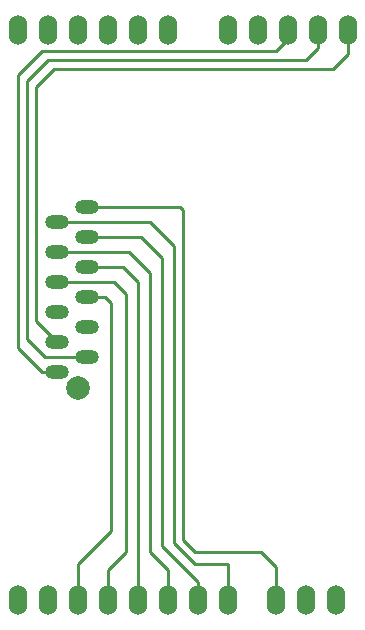
<source format=gbr>
G04 #@! TF.FileFunction,Copper,L1,Top,Signal*
%FSLAX46Y46*%
G04 Gerber Fmt 4.6, Leading zero omitted, Abs format (unit mm)*
G04 Created by KiCad (PCBNEW 4.0.5) date 02/01/17 23:23:48*
%MOMM*%
%LPD*%
G01*
G04 APERTURE LIST*
%ADD10C,0.100000*%
%ADD11O,1.524000X2.540000*%
%ADD12O,2.000000X1.200000*%
%ADD13C,2.000000*%
%ADD14C,0.250000*%
G04 APERTURE END LIST*
D10*
D11*
X154178000Y-82804000D03*
X156718000Y-82804000D03*
X159258000Y-82804000D03*
X166878000Y-82804000D03*
X164338000Y-82804000D03*
X161798000Y-82804000D03*
X171958000Y-82804000D03*
X174498000Y-82804000D03*
X177038000Y-82804000D03*
X182118000Y-82804000D03*
X154178000Y-131064000D03*
X156718000Y-131064000D03*
X159258000Y-131064000D03*
X161798000Y-131064000D03*
X164338000Y-131064000D03*
X166878000Y-131064000D03*
X169418000Y-131064000D03*
X171958000Y-131064000D03*
X176022000Y-131064000D03*
X178562000Y-131064000D03*
X181102000Y-131064000D03*
X179578000Y-82804000D03*
D12*
X157480000Y-111760000D03*
X160020000Y-110490000D03*
X157480000Y-109220000D03*
X160020000Y-107950000D03*
X157480000Y-106680000D03*
X160020000Y-105410000D03*
X157480000Y-104140000D03*
X160020000Y-102870000D03*
X157480000Y-101600000D03*
X160020000Y-100330000D03*
X157480000Y-99060000D03*
X160020000Y-97790000D03*
D13*
X159280000Y-113110000D03*
D14*
X177038000Y-82804000D02*
X177038000Y-83566000D01*
X177038000Y-83566000D02*
X176022000Y-84582000D01*
X176022000Y-84582000D02*
X156210000Y-84582000D01*
X156210000Y-84582000D02*
X154178000Y-86614000D01*
X154178000Y-86614000D02*
X154178000Y-109728000D01*
X154178000Y-109728000D02*
X156210000Y-111760000D01*
X156210000Y-111760000D02*
X157480000Y-111760000D01*
X160020000Y-110490000D02*
X156464000Y-110490000D01*
X179578000Y-84328000D02*
X179578000Y-82804000D01*
X178562000Y-85344000D02*
X179578000Y-84328000D01*
X156718000Y-85344000D02*
X178562000Y-85344000D01*
X154940000Y-87122000D02*
X156718000Y-85344000D01*
X154940000Y-108966000D02*
X154940000Y-87122000D01*
X156464000Y-110490000D02*
X154940000Y-108966000D01*
X182118000Y-82804000D02*
X182118000Y-84836000D01*
X155702000Y-107442000D02*
X157480000Y-109220000D01*
X155702000Y-87630000D02*
X155702000Y-107442000D01*
X157226000Y-86106000D02*
X155702000Y-87630000D01*
X180848000Y-86106000D02*
X157226000Y-86106000D01*
X182118000Y-84836000D02*
X180848000Y-86106000D01*
X159258000Y-131064000D02*
X159258000Y-128016000D01*
X161544000Y-105410000D02*
X160020000Y-105410000D01*
X162052000Y-105918000D02*
X161544000Y-105410000D01*
X162052000Y-125222000D02*
X162052000Y-105918000D01*
X159258000Y-128016000D02*
X162052000Y-125222000D01*
X157480000Y-104140000D02*
X162306000Y-104140000D01*
X161798000Y-128524000D02*
X161798000Y-131064000D01*
X163322000Y-127000000D02*
X161798000Y-128524000D01*
X163322000Y-105156000D02*
X163322000Y-127000000D01*
X162306000Y-104140000D02*
X163322000Y-105156000D01*
X160020000Y-102870000D02*
X163068000Y-102870000D01*
X164338000Y-104140000D02*
X164338000Y-131064000D01*
X163068000Y-102870000D02*
X164338000Y-104140000D01*
X157480000Y-101600000D02*
X163576000Y-101600000D01*
X166878000Y-128524000D02*
X166878000Y-131064000D01*
X165354000Y-127000000D02*
X166878000Y-128524000D01*
X165354000Y-103378000D02*
X165354000Y-127000000D01*
X163576000Y-101600000D02*
X165354000Y-103378000D01*
X169418000Y-131064000D02*
X169418000Y-129540000D01*
X164592000Y-100330000D02*
X160020000Y-100330000D01*
X166370000Y-102108000D02*
X164592000Y-100330000D01*
X166370000Y-126492000D02*
X166370000Y-102108000D01*
X169418000Y-129540000D02*
X166370000Y-126492000D01*
X171958000Y-131064000D02*
X171958000Y-128016000D01*
X165354000Y-99060000D02*
X157480000Y-99060000D01*
X167386000Y-101092000D02*
X165354000Y-99060000D01*
X167386000Y-126238000D02*
X167386000Y-101092000D01*
X169164000Y-128016000D02*
X167386000Y-126238000D01*
X171958000Y-128016000D02*
X169164000Y-128016000D01*
X160020000Y-97790000D02*
X167894000Y-97790000D01*
X176022000Y-128270000D02*
X176022000Y-131064000D01*
X174752000Y-127000000D02*
X176022000Y-128270000D01*
X169164000Y-127000000D02*
X174752000Y-127000000D01*
X168148000Y-125984000D02*
X169164000Y-127000000D01*
X168148000Y-98044000D02*
X168148000Y-125984000D01*
X167894000Y-97790000D02*
X168148000Y-98044000D01*
M02*

</source>
